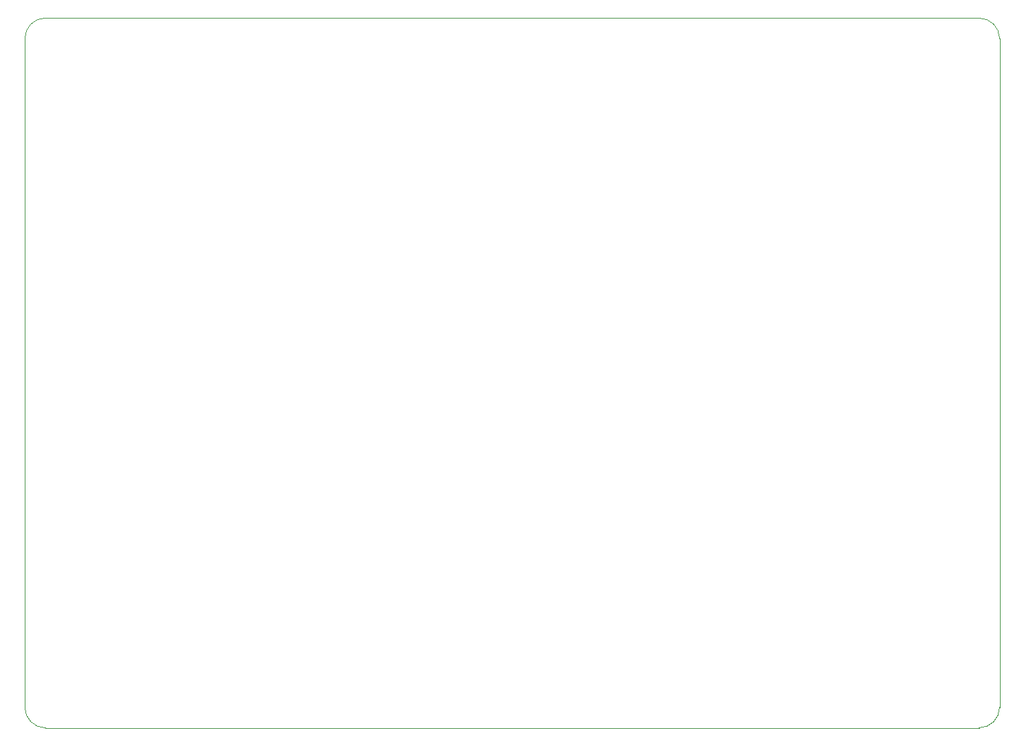
<source format=gbr>
%TF.GenerationSoftware,KiCad,Pcbnew,7.0.1*%
%TF.CreationDate,2023-07-16T19:11:46-05:00*%
%TF.ProjectId,Knockoff Inverter,4b6e6f63-6b6f-4666-9620-496e76657274,rev?*%
%TF.SameCoordinates,Original*%
%TF.FileFunction,Profile,NP*%
%FSLAX46Y46*%
G04 Gerber Fmt 4.6, Leading zero omitted, Abs format (unit mm)*
G04 Created by KiCad (PCBNEW 7.0.1) date 2023-07-16 19:11:46*
%MOMM*%
%LPD*%
G01*
G04 APERTURE LIST*
%TA.AperFunction,Profile*%
%ADD10C,0.100000*%
%TD*%
G04 APERTURE END LIST*
D10*
X97155000Y-24130000D02*
X208915000Y-24130000D01*
X94615000Y-26670000D02*
X94615000Y-106807000D01*
X214630000Y-26670000D02*
X214630000Y-37465000D01*
X97155000Y-24130000D02*
G75*
G03*
X94615000Y-26670000I0J-2540000D01*
G01*
X214630000Y-26670000D02*
G75*
G03*
X212090000Y-24130000I-2540001J-1D01*
G01*
X208915000Y-24130000D02*
X212090000Y-24130000D01*
X214630000Y-37465000D02*
X214630000Y-105410000D01*
X94615000Y-109074949D02*
X94615000Y-106807000D01*
X214630000Y-106807000D02*
X214630000Y-109074949D01*
X97917000Y-111614949D02*
X97155000Y-111614949D01*
X94615000Y-109074949D02*
G75*
G03*
X97155000Y-111614949I2540001J1D01*
G01*
X212090000Y-111614949D02*
X97917000Y-111614949D01*
X214630000Y-105410000D02*
X214630000Y-106807000D01*
X212090000Y-111614949D02*
G75*
G03*
X214630000Y-109074949I-1J2540001D01*
G01*
M02*

</source>
